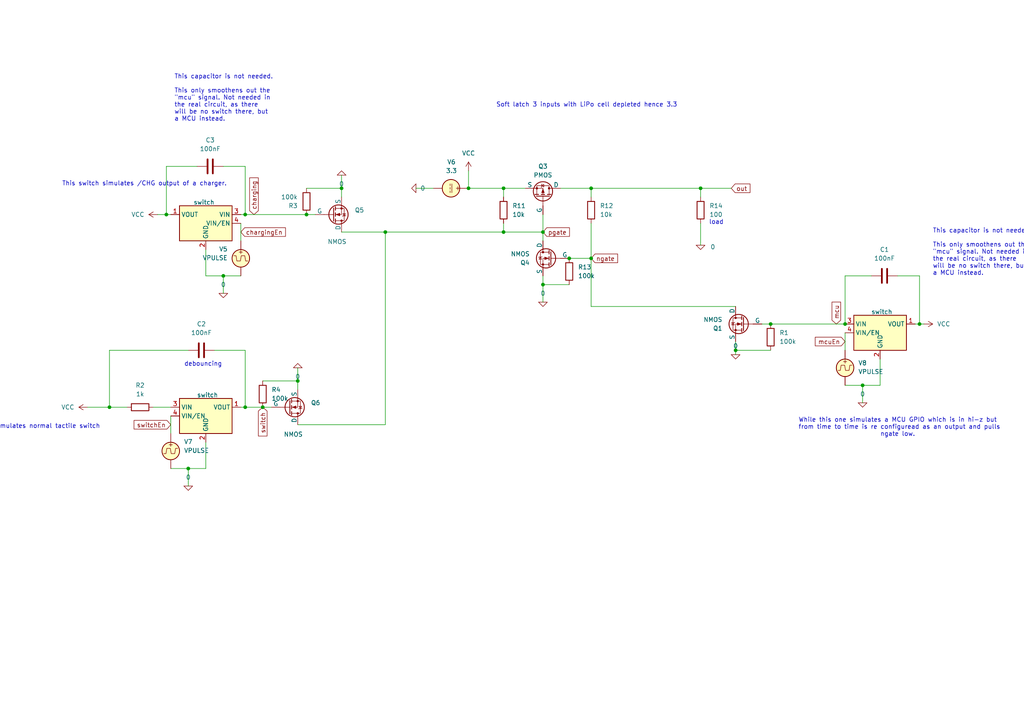
<source format=kicad_sch>
(kicad_sch (version 20230819) (generator eeschema)
  (paper "A4")
  (lib_symbols
    (symbol "Device:C" (pin_numbers hide) (pin_names (offset 0.254))
      (property "Reference" "C" (at 0.635 2.54 0))
      (property "Value" "C" (at 0.635 -2.54 0))
      (symbol "C_0_1"
        (polyline (pts (xy -2.032 -0.762) (xy 2.032 -0.762)) (stroke (width 0.508)))
        (polyline (pts (xy -2.032 0.762) (xy 2.032 0.762)) (stroke (width 0.508)))
      )
      (symbol "C_1_1"
        (pin passive line (at 0 3.81 270) (length 2.794) (name "~") (number "1"))
        (pin passive line (at 0 -3.81 90) (length 2.794) (name "~") (number "2"))
      )
    )
    (symbol "Device:R" (pin_numbers hide) (pin_names (offset 0))
      (property "Reference" "R" (at 2.032 0 90))
      (property "Value" "R" (at 0 0 90))
      (symbol "R_0_1"
        (rectangle (start -1.016 -2.54) (end 1.016 2.54) (stroke (width 0.254)))
      )
      (symbol "R_1_1"
        (pin passive line (at 0 3.81 270) (length 1.27) (name "~") (number "1"))
        (pin passive line (at 0 -3.81 90) (length 1.27) (name "~") (number "2"))
      )
    )
    (symbol "Power_Management:RT9701"
      (property "Reference" "U" (at 0 6.35 0))
      (property "Value" "RT9701" (at 5.08 -6.35 0))
      (symbol "RT9701_0_1"
        (rectangle (start -7.62 5.08) (end 7.62 -5.08) (stroke (width 0.254)) (fill (type background)))
      )
      (symbol "RT9701_1_1"
        (pin power_out line (at 10.16 2.54 180) (length 2.54) (name "VOUT") (number "1"))
        (pin power_in line (at 0 -7.62 90) (length 2.54) (name "GND") (number "2"))
        (pin power_in line (at -10.16 2.54 0) (length 2.54) (name "VIN") (number "3"))
        (pin input line (at -10.16 0 0) (length 2.54) (name "VIN/EN") (number "4"))
        (pin passive line (at 10.16 2.54 180) (length 2.54) hide (name "VOUT") (number "5"))
      )
    )
    (symbol "Simulation_SPICE:0" (power) (pin_names (offset 0))
      (property "Value" "0" (at 0 -1.778 0))
      (symbol "0_0_1"
        (polyline (pts (xy -1.27 0) (xy 0 -1.27) (xy 1.27 0) (xy -1.27 0)))
      )
      (symbol "0_1_1"
        (pin power_in line (at 0 0 0) (length 0) hide (name "0") (number "1"))
      )
    )
    (symbol "Simulation_SPICE:NMOS" (pin_numbers hide) (pin_names (offset 0))
      (property "Reference" "Q" (at 5.08 1.27 0))
      (property "Value" "NMOS" (at 5.08 -1.27 0))
      (symbol "NMOS_0_1"
        (polyline (pts (xy 0.254 0) (xy -2.54 0)))
        (polyline (pts (xy 0.254 1.905) (xy 0.254 -1.905)) (stroke (width 0.254)))
        (polyline (pts (xy 0.762 -1.27) (xy 0.762 -2.286)) (stroke (width 0.254)))
        (polyline (pts (xy 0.762 0.508) (xy 0.762 -0.508)) (stroke (width 0.254)))
        (polyline (pts (xy 0.762 2.286) (xy 0.762 1.27)) (stroke (width 0.254)))
        (polyline (pts (xy 2.54 2.54) (xy 2.54 1.778)))
        (polyline (pts (xy 2.54 -2.54) (xy 2.54 0) (xy 0.762 0)))
        (polyline (pts (xy 0.762 -1.778) (xy 3.302 -1.778) (xy 3.302 1.778) (xy 0.762 1.778)))
        (polyline (pts (xy 1.016 0) (xy 2.032 0.381) (xy 2.032 -0.381) (xy 1.016 0)) (fill (type outline)))
        (polyline (pts (xy 2.794 0.508) (xy 2.921 0.381) (xy 3.683 0.381) (xy 3.81 0.254)))
        (polyline (pts (xy 3.302 0.381) (xy 2.921 -0.254) (xy 3.683 -0.254) (xy 3.302 0.381)))
        (circle (center 1.651 0) (radius 2.794) (stroke (width 0.254)))
        (circle (center 2.54 -1.778) (radius 0.254) (fill (type outline)))
        (circle (center 2.54 1.778) (radius 0.254) (fill (type outline)))
      )
      (symbol "NMOS_1_1"
        (pin passive line (at 2.54 5.08 270) (length 2.54) (name "D") (number "1"))
        (pin input line (at -5.08 0 0) (length 2.54) (name "G") (number "2"))
        (pin passive line (at 2.54 -5.08 90) (length 2.54) (name "S") (number "3"))
      )
    )
    (symbol "Simulation_SPICE:PMOS" (pin_numbers hide) (pin_names (offset 0))
      (property "Reference" "Q" (at 5.08 1.27 0))
      (property "Value" "PMOS" (at 5.08 -1.27 0))
      (symbol "PMOS_0_1"
        (polyline (pts (xy 0.254 0) (xy -2.54 0)))
        (polyline (pts (xy 0.254 1.905) (xy 0.254 -1.905)) (stroke (width 0.254)))
        (polyline (pts (xy 0.762 -1.27) (xy 0.762 -2.286)) (stroke (width 0.254)))
        (polyline (pts (xy 0.762 0.508) (xy 0.762 -0.508)) (stroke (width 0.254)))
        (polyline (pts (xy 0.762 2.286) (xy 0.762 1.27)) (stroke (width 0.254)))
        (polyline (pts (xy 2.54 2.54) (xy 2.54 1.778)))
        (polyline (pts (xy 2.54 -2.54) (xy 2.54 0) (xy 0.762 0)))
        (polyline (pts (xy 0.762 1.778) (xy 3.302 1.778) (xy 3.302 -1.778) (xy 0.762 -1.778)))
        (polyline (pts (xy 2.286 0) (xy 1.27 0.381) (xy 1.27 -0.381) (xy 2.286 0)) (fill (type outline)))
        (polyline (pts (xy 2.794 -0.508) (xy 2.921 -0.381) (xy 3.683 -0.381) (xy 3.81 -0.254)))
        (polyline (pts (xy 3.302 -0.381) (xy 2.921 0.254) (xy 3.683 0.254) (xy 3.302 -0.381)))
        (circle (center 1.651 0) (radius 2.794) (stroke (width 0.254)))
        (circle (center 2.54 -1.778) (radius 0.254) (fill (type outline)))
        (circle (center 2.54 1.778) (radius 0.254) (fill (type outline)))
      )
      (symbol "PMOS_1_1"
        (pin passive line (at 2.54 5.08 270) (length 2.54) (name "D") (number "1"))
        (pin input line (at -5.08 0 0) (length 2.54) (name "G") (number "2"))
        (pin passive line (at 2.54 -5.08 90) (length 2.54) (name "S") (number "3"))
      )
    )
    (symbol "Simulation_SPICE:VDC" (pin_numbers hide) (pin_names (offset 0.0254))
      (property "Reference" "V" (at 2.54 2.54 0))
      (property "Value" "1" (at 2.54 0 0))
      (symbol "VDC_0_0"
        (polyline (pts (xy -1.27 0.254) (xy 1.27 0.254)))
        (polyline (pts (xy -0.762 -0.254) (xy -1.27 -0.254)))
        (polyline (pts (xy 0.254 -0.254) (xy -0.254 -0.254)))
        (polyline (pts (xy 1.27 -0.254) (xy 0.762 -0.254)))
        (text "+" (at 0 1.905 0) (effects (font (size 1.27 1.27))))
      )
      (symbol "VDC_0_1"
        (circle (center 0 0) (radius 2.54) (stroke (width 0.254)) (fill (type background)))
      )
      (symbol "VDC_1_1"
        (pin passive line (at 0 5.08 270) (length 2.54) (name "~") (number "1"))
        (pin passive line (at 0 -5.08 90) (length 2.54) (name "~") (number "2"))
      )
    )
    (symbol "Simulation_SPICE:VPULSE" (pin_numbers hide) (pin_names (offset 0.0254))
      (property "Reference" "V" (at 2.54 2.54 0))
      (property "Value" "VPULSE" (at 2.54 0 0))
      (property "Sim.Params" "y1=0 y2=1 td=2n tr=2n tf=2n tw=50n per=100n" (at 2.54 -2.54 0))
      (symbol "VPULSE_0_0"
        (polyline (pts (xy -2.032 -0.762) (xy -1.397 -0.762) (xy -1.143 0.762) (xy -0.127 0.762) (xy 0.127 -0.762) (xy 1.143 -0.762) (xy 1.397 0.762) (xy 2.032 0.762)))
        (text "+" (at 0 1.905 0) (effects (font (size 1.27 1.27))))
      )
      (symbol "VPULSE_0_1"
        (circle (center 0 0) (radius 2.54) (stroke (width 0.254)) (fill (type background)))
      )
      (symbol "VPULSE_1_1"
        (pin passive line (at 0 5.08 270) (length 2.54) (name "~") (number "1"))
        (pin passive line (at 0 -5.08 90) (length 2.54) (name "~") (number "2"))
      )
    )
    (symbol "power:VCC" (power) (pin_names (offset 0))
      (property "Value" "VCC" (at 0 3.81 0))
      (symbol "VCC_0_1"
        (polyline (pts (xy -0.762 1.27) (xy 0 2.54)))
        (polyline (pts (xy 0 0) (xy 0 2.54)))
        (polyline (pts (xy 0 2.54) (xy 0.762 1.27)))
      )
      (symbol "VCC_1_1"
        (pin power_in line (at 0 0 90) (length 0) hide (name "VCC") (number "1"))
      )
    )
  )
  (junction (at 54.61 135.89))
  (junction (at 86.36 110.49))
  (junction (at 245.11 93.98))
  (junction (at 250.19 111.76))
  (junction (at 266.7 93.98))
  (junction (at 111.76 67.31))
  (junction (at 171.45 54.61))
  (junction (at 157.48 82.55))
  (junction (at 48.26 62.23))
  (junction (at 31.75 118.11))
  (junction (at 165.1 74.93))
  (junction (at 71.12 118.11))
  (junction (at 146.05 67.31))
  (junction (at 88.9 62.23))
  (junction (at 213.36 101.6))
  (junction (at 99.06 54.61))
  (junction (at 64.77 80.01))
  (junction (at 171.45 74.93))
  (junction (at 223.52 93.98))
  (junction (at 157.48 67.31))
  (junction (at 71.12 62.23))
  (junction (at 203.2 54.61))
  (junction (at 135.89 54.61))
  (junction (at 146.05 54.61))
  (junction (at 76.2 118.11))
  (wire (pts (xy 49.53 125.73) (xy 49.53 120.65)))
  (wire (pts (xy 157.48 82.55) (xy 157.48 80.01)))
  (wire (pts (xy 162.56 54.61) (xy 171.45 54.61)))
  (wire (pts (xy 203.2 57.15) (xy 203.2 54.61)))
  (wire (pts (xy 171.45 88.9) (xy 213.36 88.9)))
  (wire (pts (xy 245.11 111.76) (xy 250.19 111.76)))
  (wire (pts (xy 171.45 57.15) (xy 171.45 54.61)))
  (wire (pts (xy 69.85 118.11) (xy 71.12 118.11)))
  (wire (pts (xy 213.36 102.87) (xy 213.36 101.6)))
  (wire (pts (xy 266.7 93.98) (xy 265.43 93.98)))
  (wire (pts (xy 111.76 123.19) (xy 111.76 67.31)))
  (wire (pts (xy 260.35 80.01) (xy 266.7 80.01)))
  (wire (pts (xy 146.05 67.31) (xy 146.05 64.77)))
  (wire (pts (xy 31.75 118.11) (xy 36.83 118.11)))
  (wire (pts (xy 250.19 116.84) (xy 250.19 111.76)))
  (wire (pts (xy 86.36 106.68) (xy 86.36 110.49)))
  (wire (pts (xy 64.77 80.01) (xy 59.69 80.01)))
  (wire (pts (xy 223.52 93.98) (xy 245.11 93.98)))
  (wire (pts (xy 146.05 67.31) (xy 157.48 67.31)))
  (wire (pts (xy 111.76 67.31) (xy 146.05 67.31)))
  (wire (pts (xy 31.75 101.6) (xy 31.75 118.11)))
  (wire (pts (xy 267.97 93.98) (xy 266.7 93.98)))
  (wire (pts (xy 44.45 118.11) (xy 49.53 118.11)))
  (wire (pts (xy 250.19 111.76) (xy 255.27 111.76)))
  (wire (pts (xy 146.05 54.61) (xy 152.4 54.61)))
  (wire (pts (xy 59.69 80.01) (xy 59.69 72.39)))
  (wire (pts (xy 57.15 48.26) (xy 48.26 48.26)))
  (wire (pts (xy 266.7 80.01) (xy 266.7 93.98)))
  (wire (pts (xy 76.2 118.11) (xy 71.12 118.11)))
  (wire (pts (xy 71.12 62.23) (xy 88.9 62.23)))
  (wire (pts (xy 157.48 87.63) (xy 157.48 82.55)))
  (wire (pts (xy 220.98 93.98) (xy 223.52 93.98)))
  (wire (pts (xy 157.48 67.31) (xy 157.48 69.85)))
  (wire (pts (xy 49.53 135.89) (xy 54.61 135.89)))
  (wire (pts (xy 135.89 49.53) (xy 135.89 54.61)))
  (wire (pts (xy 213.36 101.6) (xy 223.52 101.6)))
  (wire (pts (xy 86.36 110.49) (xy 76.2 110.49)))
  (wire (pts (xy 59.69 135.89) (xy 59.69 128.27)))
  (wire (pts (xy 91.44 62.23) (xy 88.9 62.23)))
  (wire (pts (xy 157.48 62.23) (xy 157.48 67.31)))
  (wire (pts (xy 120.65 54.61) (xy 125.73 54.61)))
  (wire (pts (xy 171.45 64.77) (xy 171.45 74.93)))
  (wire (pts (xy 245.11 96.52) (xy 245.11 101.6)))
  (wire (pts (xy 45.72 62.23) (xy 48.26 62.23)))
  (wire (pts (xy 62.23 101.6) (xy 71.12 101.6)))
  (wire (pts (xy 213.36 101.6) (xy 213.36 99.06)))
  (wire (pts (xy 48.26 62.23) (xy 49.53 62.23)))
  (wire (pts (xy 25.4 118.11) (xy 31.75 118.11)))
  (wire (pts (xy 54.61 135.89) (xy 59.69 135.89)))
  (wire (pts (xy 71.12 101.6) (xy 71.12 118.11)))
  (wire (pts (xy 54.61 140.97) (xy 54.61 135.89)))
  (wire (pts (xy 69.85 64.77) (xy 69.85 69.85)))
  (wire (pts (xy 146.05 57.15) (xy 146.05 54.61)))
  (wire (pts (xy 64.77 48.26) (xy 71.12 48.26)))
  (wire (pts (xy 255.27 111.76) (xy 255.27 104.14)))
  (wire (pts (xy 31.75 101.6) (xy 54.61 101.6)))
  (wire (pts (xy 76.2 118.11) (xy 78.74 118.11)))
  (wire (pts (xy 99.06 54.61) (xy 88.9 54.61)))
  (wire (pts (xy 69.85 80.01) (xy 64.77 80.01)))
  (wire (pts (xy 71.12 48.26) (xy 71.12 62.23)))
  (wire (pts (xy 203.2 54.61) (xy 212.09 54.61)))
  (wire (pts (xy 171.45 74.93) (xy 171.45 88.9)))
  (wire (pts (xy 252.73 80.01) (xy 245.11 80.01)))
  (wire (pts (xy 69.85 62.23) (xy 71.12 62.23)))
  (wire (pts (xy 203.2 64.77) (xy 203.2 71.12)))
  (wire (pts (xy 99.06 50.8) (xy 99.06 54.61)))
  (wire (pts (xy 171.45 54.61) (xy 203.2 54.61)))
  (wire (pts (xy 99.06 67.31) (xy 111.76 67.31)))
  (wire (pts (xy 157.48 82.55) (xy 165.1 82.55)))
  (wire (pts (xy 245.11 80.01) (xy 245.11 93.98)))
  (wire (pts (xy 165.1 74.93) (xy 171.45 74.93)))
  (wire (pts (xy 64.77 85.09) (xy 64.77 80.01)))
  (wire (pts (xy 135.89 54.61) (xy 146.05 54.61)))
  (wire (pts (xy 99.06 54.61) (xy 99.06 57.15)))
  (wire (pts (xy 48.26 48.26) (xy 48.26 62.23)))
  (wire (pts (xy 86.36 110.49) (xy 86.36 113.03)))
  (wire (pts (xy 86.36 123.19) (xy 111.76 123.19)))
  (text "This capacitor is not needed.\n\nThis only smoothens out the \n\"mcu\" signal. Not needed in \nthe real circuit, as there \nwill be no switch there, but\na MCU instead.\n" (at 270.51 73.152 0) (effects (font (size 1.27 1.27)) (justify left)))
  (text "This switch simulates /CHG output of a charger." (at 41.91 53.34 0) (effects (font (size 1.27 1.27))))
  (text "This capacitor is not needed.\n\nThis only smoothens out the \n\"mcu\" signal. Not needed in \nthe real circuit, as there \nwill be no switch there, but\na MCU instead.\n" (at 50.546 28.448 0) (effects (font (size 1.27 1.27)) (justify left)))
  (text "This switch simulates normal tactile switch" (at 7.874 123.698 0) (effects (font (size 1.27 1.27))))
  (text "debouncing" (at 58.928 105.664 0) (effects (font (size 1.27 1.27))))
  (text "Soft latch 3 inputs with LiPo cell depleted hence 3.3" (at 170.18 30.48 0) (effects (font (size 1.27 1.27))))
  (text "load" (at 207.772 64.516 0) (effects (font (size 1.27 1.27))))
  (text "While this one simulates a MCU GPIO which is in hi-z but \nfrom time to time is re configuread as an output and pulls\nngate low. " (at 260.858 123.952 0) (effects (font (size 1.27 1.27))))
  (global_label "pgate" (shape input) (at 157.48 67.31 0) (property "Intersheetrefs" "${INTERSHEET_REFS}" (effects hide)))
  (global_label "mcu" (shape input) (at 242.57 93.98 90) (property "Intersheetrefs" "${INTERSHEET_REFS}" (effects hide)))
  (global_label "chargingEn" (shape input) (at 69.85 67.31 0) (property "Intersheetrefs" "${INTERSHEET_REFS}" (effects hide)))
  (global_label "charging" (shape input) (at 73.66 62.23 90) (property "Intersheetrefs" "${INTERSHEET_REFS}" (effects hide)))
  (global_label "switchEn" (shape input) (at 49.53 123.19 180) (property "Intersheetrefs" "${INTERSHEET_REFS}" (effects hide)))
  (global_label "switch" (shape input) (at 76.2 118.11 270) (property "Intersheetrefs" "${INTERSHEET_REFS}" (effects hide)))
  (global_label "ngate" (shape input) (at 171.45 74.93 0) (property "Intersheetrefs" "${INTERSHEET_REFS}" (effects hide)))
  (global_label "mcuEn" (shape input) (at 245.11 99.06 180) (property "Intersheetrefs" "${INTERSHEET_REFS}" (effects hide)))
  (global_label "out" (shape input) (at 212.09 54.61 0) (property "Intersheetrefs" "${INTERSHEET_REFS}" (effects hide)))
  (symbol (lib_id "Simulation_SPICE:VPULSE") (at 69.85 74.93 0) (mirror y) (unit 1)
    (property "Reference" "V5" (at 66.04 72.2601 0) (effects (justify left)))
    (property "Value" "VPULSE" (at 66.04 74.8001 0) (effects (justify left)))
    (property "Description" "Voltage source, pulse" (effects hide))
    (property "Sim.Pins" "1=+ 2=-" (effects hide))
    (property "Sim.Type" "PULSE" (effects hide))
    (property "Sim.Device" "V" (effects hide))
    (property "Sim.Params" "y1=0 y2=3.3 td=3s tr=2ms tf=2ms tw=100ms per=4s" (effects hide))
  )
  (symbol (lib_id "Simulation_SPICE:NMOS") (at 96.52 62.23 0) (mirror x) (unit 1)
    (property "Reference" "Q5" (at 102.87 60.9599 0) (effects (justify left)))
    (property "Value" "NMOS" (at 94.996 70.104 0) (effects (justify left)))
    (property "Datasheet" "https://ngspice.sourceforge.io/docs/ngspice-manual.pdf" (effects hide))
    (property "Description" "N-MOSFET transistor, drain/source/gate" (effects hide))
    (property "Sim.Device" "NMOS" (effects hide))
    (property "Sim.Type" "VDMOS" (effects hide))
    (property "Sim.Pins" "1=D 2=G 3=S" (effects hide))
  )
  (symbol (lib_id "Simulation_SPICE:0") (at 203.2 71.12 0) (unit 1)
    (property "Reference" "#GND015" (effects hide))
    (property "Value" "0" (at 206.756 71.628 0))
    (property "Description" "0V reference potential for simulation" (effects hide))
  )
  (symbol (lib_id "Simulation_SPICE:0") (at 99.06 50.8 180) (unit 1)
    (property "Reference" "#GND04" (effects hide))
    (property "Value" "0" (at 99.06 53.34 0))
    (property "Description" "0V reference potential for simulation" (effects hide))
  )
  (symbol (lib_id "Simulation_SPICE:0") (at 86.36 106.68 180) (unit 1)
    (property "Reference" "#GND02" (effects hide))
    (property "Value" "0" (at 86.36 109.22 0))
    (property "Description" "0V reference potential for simulation" (effects hide))
  )
  (symbol (lib_id "Power_Management:RT9701") (at 255.27 96.52 0) (unit 1)
    (property "Reference" "U6" (effects hide))
    (property "Value" "switch" (at 255.778 90.424 0))
    (property "Sim.Device" "SW" (effects hide))
    (property "Sim.Type" "V" (effects hide))
    (property "Sim.Pins" "1=no- 2=ctrl- 3=no+ 4=ctrl+" (effects hide))
    (property "Sim.Params" "thr=1 his=0 ron=1 roff=1e+12 ic=off" (effects hide))
  )
  (symbol (lib_id "Simulation_SPICE:PMOS") (at 157.48 57.15 270) (mirror x) (unit 1)
    (property "Reference" "Q3" (at 157.48 48.26 90))
    (property "Value" "PMOS" (at 157.48 50.8 90))
    (property "Datasheet" "https://ngspice.sourceforge.io/docs/ngspice-manual.pdf" (effects hide))
    (property "Description" "P-MOSFET transistor, drain/source/gate" (effects hide))
    (property "Sim.Device" "PMOS" (effects hide))
    (property "Sim.Type" "VDMOS" (effects hide))
    (property "Sim.Pins" "1=D 2=G 3=S" (effects hide))
  )
  (symbol (lib_id "Device:C") (at 58.42 101.6 90) (unit 1)
    (property "Reference" "C2" (at 58.42 93.98 90))
    (property "Value" "100nF" (at 58.42 96.52 90))
    (property "Description" "Unpolarized capacitor" (effects hide))
  )
  (symbol (lib_id "Power_Management:RT9701") (at 59.69 64.77 0) (mirror y) (unit 1)
    (property "Reference" "U4" (effects hide))
    (property "Value" "switch" (at 59.182 58.674 0))
    (property "Sim.Device" "SW" (effects hide))
    (property "Sim.Type" "V" (effects hide))
    (property "Sim.Pins" "1=no- 2=ctrl- 3=no+ 4=ctrl+" (effects hide))
    (property "Sim.Params" "thr=1 his=0 ron=1 roff=1e+12 ic=off" (effects hide))
  )
  (symbol (lib_id "Simulation_SPICE:0") (at 213.36 102.87 0) (unit 1)
    (property "Reference" "#GND01" (effects hide))
    (property "Value" "0" (at 213.36 100.33 0))
    (property "Description" "0V reference potential for simulation" (effects hide))
  )
  (symbol (lib_id "Simulation_SPICE:0") (at 120.65 54.61 270) (unit 1)
    (property "Reference" "#GND011" (effects hide))
    (property "Value" "0" (at 121.92 54.6099 90) (effects (justify left)))
    (property "Description" "0V reference potential for simulation" (effects hide))
  )
  (symbol (lib_id "Device:C") (at 60.96 48.26 90) (unit 1)
    (property "Reference" "C3" (at 60.96 40.64 90))
    (property "Value" "100nF" (at 60.96 43.18 90))
    (property "Description" "Unpolarized capacitor" (effects hide))
  )
  (symbol (lib_id "Device:R") (at 171.45 60.96 0) (unit 1)
    (property "Reference" "R12" (at 173.99 59.6899 0) (effects (justify left)))
    (property "Value" "10k" (at 173.99 62.2299 0) (effects (justify left)))
    (property "Description" "Resistor" (effects hide))
  )
  (symbol (lib_id "Simulation_SPICE:NMOS") (at 83.82 118.11 0) (mirror x) (unit 1)
    (property "Reference" "Q6" (at 90.17 116.8399 0) (effects (justify left)))
    (property "Value" "NMOS" (at 82.296 125.984 0) (effects (justify left)))
    (property "Datasheet" "https://ngspice.sourceforge.io/docs/ngspice-manual.pdf" (effects hide))
    (property "Description" "N-MOSFET transistor, drain/source/gate" (effects hide))
    (property "Sim.Device" "NMOS" (effects hide))
    (property "Sim.Type" "VDMOS" (effects hide))
    (property "Sim.Pins" "1=D 2=G 3=S" (effects hide))
  )
  (symbol (lib_id "Simulation_SPICE:VDC") (at 130.81 54.61 270) (unit 1)
    (property "Reference" "V6" (at 130.9398 46.99 90))
    (property "Value" "3.3" (at 130.9398 49.53 90))
    (property "Description" "Voltage source, DC" (effects hide))
    (property "Sim.Pins" "1=+ 2=-" (effects hide))
    (property "Sim.Type" "DC" (effects hide))
    (property "Sim.Device" "V" (effects hide))
  )
  (symbol (lib_id "Simulation_SPICE:NMOS") (at 160.02 74.93 0) (mirror y) (unit 1)
    (property "Reference" "Q4" (at 153.67 76.2001 0) (effects (justify left)))
    (property "Value" "NMOS" (at 153.67 73.6601 0) (effects (justify left)))
    (property "Datasheet" "https://ngspice.sourceforge.io/docs/ngspice-manual.pdf" (effects hide))
    (property "Description" "N-MOSFET transistor, drain/source/gate" (effects hide))
    (property "Sim.Device" "NMOS" (effects hide))
    (property "Sim.Type" "VDMOS" (effects hide))
    (property "Sim.Pins" "1=D 2=G 3=S" (effects hide))
  )
  (symbol (lib_id "Simulation_SPICE:VPULSE") (at 245.11 106.68 0) (unit 1)
    (property "Reference" "V8" (at 248.92 105.2801 0) (effects (justify left)))
    (property "Value" "VPULSE" (at 248.92 107.8201 0) (effects (justify left)))
    (property "Description" "Voltage source, pulse" (effects hide))
    (property "Sim.Pins" "1=+ 2=-" (effects hide))
    (property "Sim.Type" "PULSE" (effects hide))
    (property "Sim.Device" "V" (effects hide))
    (property "Sim.Params" "y1=0 y2=3.3 td=2s tr=2ms tf=2ms tw=100ms per=2s" (effects hide))
  )
  (symbol (lib_id "Device:C") (at 256.54 80.01 90) (unit 1)
    (property "Reference" "C1" (at 256.54 72.39 90))
    (property "Value" "100nF" (at 256.54 74.93 90))
    (property "Description" "Unpolarized capacitor" (effects hide))
  )
  (symbol (lib_id "Device:R") (at 146.05 60.96 0) (unit 1)
    (property "Reference" "R11" (at 148.59 59.6899 0) (effects (justify left)))
    (property "Value" "10k" (at 148.59 62.2299 0) (effects (justify left)))
    (property "Description" "Resistor" (effects hide))
  )
  (symbol (lib_id "Simulation_SPICE:VPULSE") (at 49.53 130.81 0) (unit 1)
    (property "Reference" "V7" (at 53.34 128.1401 0) (effects (justify left)))
    (property "Value" "VPULSE" (at 53.34 130.6801 0) (effects (justify left)))
    (property "Description" "Voltage source, pulse" (effects hide))
    (property "Sim.Pins" "1=+ 2=-" (effects hide))
    (property "Sim.Type" "PULSE" (effects hide))
    (property "Sim.Device" "V" (effects hide))
    (property "Sim.Params" "y1=0 y2=3.3 td=1s tr=2ms tf=2ms tw=100ms per=4s" (effects hide))
  )
  (symbol (lib_id "Simulation_SPICE:NMOS") (at 215.9 93.98 0) (mirror y) (unit 1)
    (property "Reference" "Q1" (at 209.55 95.2501 0) (effects (justify left)))
    (property "Value" "NMOS" (at 209.55 92.7101 0) (effects (justify left)))
    (property "Datasheet" "https://ngspice.sourceforge.io/docs/ngspice-manual.pdf" (effects hide))
    (property "Description" "N-MOSFET transistor, drain/source/gate" (effects hide))
    (property "Sim.Device" "NMOS" (effects hide))
    (property "Sim.Type" "VDMOS" (effects hide))
    (property "Sim.Pins" "1=D 2=G 3=S" (effects hide))
  )
  (symbol (lib_id "Device:R") (at 165.1 78.74 0) (unit 1)
    (property "Reference" "R13" (at 167.64 77.4699 0) (effects (justify left)))
    (property "Value" "100k" (at 167.64 80.0099 0) (effects (justify left)))
    (property "Description" "Resistor" (effects hide))
  )
  (symbol (lib_id "Device:R") (at 88.9 58.42 180) (unit 1)
    (property "Reference" "R3" (at 86.36 59.6901 0) (effects (justify left)))
    (property "Value" "100k" (at 86.36 57.1501 0) (effects (justify left)))
    (property "Description" "Resistor" (effects hide))
  )
  (symbol (lib_id "Device:R") (at 203.2 60.96 0) (unit 1)
    (property "Reference" "R14" (at 205.74 59.6899 0) (effects (justify left)))
    (property "Value" "100" (at 205.74 62.2299 0) (effects (justify left)))
    (property "Description" "Resistor" (effects hide))
  )
  (symbol (lib_id "Simulation_SPICE:0") (at 250.19 116.84 0) (unit 1)
    (property "Reference" "#GND016" (effects hide))
    (property "Value" "0" (at 250.19 114.3 0))
    (property "Description" "0V reference potential for simulation" (effects hide))
  )
  (symbol (lib_id "power:VCC") (at 267.97 93.98 270) (unit 1)
    (property "Reference" "#PWR02" (effects hide))
    (property "Value" "VCC" (at 271.78 93.9799 90) (effects (justify left)))
    (property "Description" "Power symbol creates a global label with name \"VCC\"" (effects hide))
  )
  (symbol (lib_id "Simulation_SPICE:0") (at 157.48 87.63 0) (unit 1)
    (property "Reference" "#GND013" (effects hide))
    (property "Value" "0" (at 157.48 85.09 0))
    (property "Description" "0V reference potential for simulation" (effects hide))
  )
  (symbol (lib_id "Device:R") (at 76.2 114.3 180) (unit 1)
    (property "Reference" "R4" (at 78.74 113.0299 0) (effects (justify right)))
    (property "Value" "100k" (at 78.74 115.5699 0) (effects (justify right)))
    (property "Description" "Resistor" (effects hide))
  )
  (symbol (lib_id "Device:R") (at 223.52 97.79 0) (unit 1)
    (property "Reference" "R1" (at 226.06 96.5199 0) (effects (justify left)))
    (property "Value" "100k" (at 226.06 99.0599 0) (effects (justify left)))
    (property "Description" "Resistor" (effects hide))
  )
  (symbol (lib_id "power:VCC") (at 25.4 118.11 90) (unit 1)
    (property "Reference" "#PWR05" (effects hide))
    (property "Value" "VCC" (at 21.59 118.1099 90) (effects (justify left)))
    (property "Description" "Power symbol creates a global label with name \"VCC\"" (effects hide))
  )
  (symbol (lib_id "power:VCC") (at 45.72 62.23 90) (unit 1)
    (property "Reference" "#PWR04" (effects hide))
    (property "Value" "VCC" (at 41.91 62.2299 90) (effects (justify left)))
    (property "Description" "Power symbol creates a global label with name \"VCC\"" (effects hide))
  )
  (symbol (lib_id "Device:R") (at 40.64 118.11 90) (unit 1)
    (property "Reference" "R2" (at 40.64 111.76 90))
    (property "Value" "1k" (at 40.64 114.3 90))
    (property "Description" "Resistor" (effects hide))
  )
  (symbol (lib_id "Power_Management:RT9701") (at 59.69 120.65 0) (unit 1)
    (property "Reference" "U5" (effects hide))
    (property "Value" "switch" (at 60.198 114.554 0))
    (property "Sim.Device" "SW" (effects hide))
    (property "Sim.Type" "V" (effects hide))
    (property "Sim.Pins" "1=no- 2=ctrl- 3=no+ 4=ctrl+" (effects hide))
    (property "Sim.Params" "thr=1 his=0 ron=1 roff=1e+12 ic=off" (effects hide))
  )
  (symbol (lib_id "Simulation_SPICE:0") (at 64.77 85.09 0) (mirror y) (unit 1)
    (property "Reference" "#GND010" (effects hide))
    (property "Value" "0" (at 64.77 82.55 0))
    (property "Description" "0V reference potential for simulation" (effects hide))
  )
  (symbol (lib_id "Simulation_SPICE:0") (at 54.61 140.97 0) (unit 1)
    (property "Reference" "#GND012" (effects hide))
    (property "Value" "0" (at 54.61 138.43 0))
    (property "Description" "0V reference potential for simulation" (effects hide))
  )
  (symbol (lib_id "power:VCC") (at 135.89 49.53 0) (unit 1)
    (property "Reference" "#PWR01" (effects hide))
    (property "Value" "VCC" (at 135.89 44.45 0))
    (property "Description" "Power symbol creates a global label with name \"VCC\"" (effects hide))
  )
)
</source>
